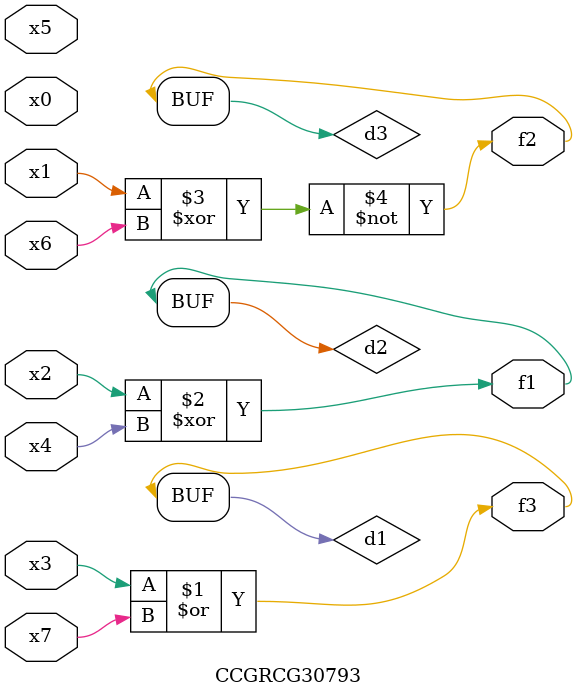
<source format=v>
module CCGRCG30793(
	input x0, x1, x2, x3, x4, x5, x6, x7,
	output f1, f2, f3
);

	wire d1, d2, d3;

	or (d1, x3, x7);
	xor (d2, x2, x4);
	xnor (d3, x1, x6);
	assign f1 = d2;
	assign f2 = d3;
	assign f3 = d1;
endmodule

</source>
